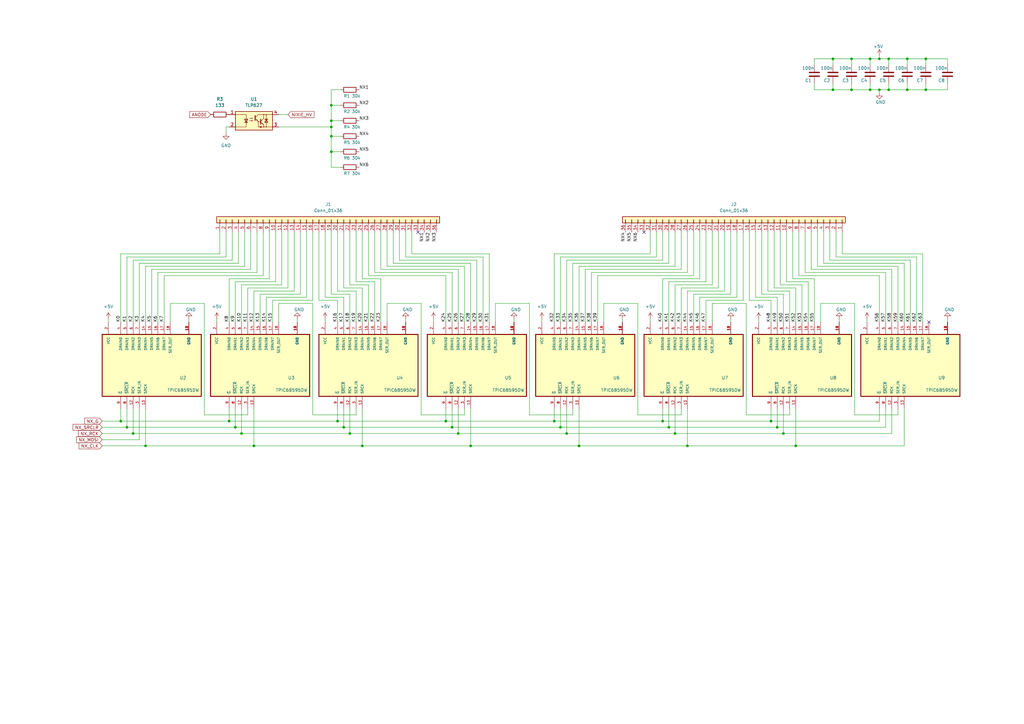
<source format=kicad_sch>
(kicad_sch (version 20211123) (generator eeschema)
  (paper "A3")
  (lib_symbols
    (symbol "Connector_Generic:Conn_01x36" (pin_names (offset 1.016) hide)
      (property "Reference" "J" (at 0 45.72 0))
      (property "Value" "Conn_01x36" (at 0 -48.26 0))
      (symbol "Conn_01x36_1_1"
        (rectangle (start -1.27 -45.593) (end 0 -45.847) (stroke (width 0.1524)))
        (rectangle (start -1.27 -43.053) (end 0 -43.307) (stroke (width 0.1524)))
        (rectangle (start -1.27 -40.513) (end 0 -40.767) (stroke (width 0.1524)))
        (rectangle (start -1.27 -37.973) (end 0 -38.227) (stroke (width 0.1524)))
        (rectangle (start -1.27 -35.433) (end 0 -35.687) (stroke (width 0.1524)))
        (rectangle (start -1.27 -32.893) (end 0 -33.147) (stroke (width 0.1524)))
        (rectangle (start -1.27 -30.353) (end 0 -30.607) (stroke (width 0.1524)))
        (rectangle (start -1.27 -27.813) (end 0 -28.067) (stroke (width 0.1524)))
        (rectangle (start -1.27 -25.273) (end 0 -25.527) (stroke (width 0.1524)))
        (rectangle (start -1.27 -22.733) (end 0 -22.987) (stroke (width 0.1524)))
        (rectangle (start -1.27 -20.193) (end 0 -20.447) (stroke (width 0.1524)))
        (rectangle (start -1.27 -17.653) (end 0 -17.907) (stroke (width 0.1524)))
        (rectangle (start -1.27 -15.113) (end 0 -15.367) (stroke (width 0.1524)))
        (rectangle (start -1.27 -12.573) (end 0 -12.827) (stroke (width 0.1524)))
        (rectangle (start -1.27 -10.033) (end 0 -10.287) (stroke (width 0.1524)))
        (rectangle (start -1.27 -7.493) (end 0 -7.747) (stroke (width 0.1524)))
        (rectangle (start -1.27 -4.953) (end 0 -5.207) (stroke (width 0.1524)))
        (rectangle (start -1.27 -2.413) (end 0 -2.667) (stroke (width 0.1524)))
        (rectangle (start -1.27 0.127) (end 0 -0.127) (stroke (width 0.1524)))
        (rectangle (start -1.27 2.667) (end 0 2.413) (stroke (width 0.1524)))
        (rectangle (start -1.27 5.207) (end 0 4.953) (stroke (width 0.1524)))
        (rectangle (start -1.27 7.747) (end 0 7.493) (stroke (width 0.1524)))
        (rectangle (start -1.27 10.287) (end 0 10.033) (stroke (width 0.1524)))
        (rectangle (start -1.27 12.827) (end 0 12.573) (stroke (width 0.1524)))
        (rectangle (start -1.27 15.367) (end 0 15.113) (stroke (width 0.1524)))
        (rectangle (start -1.27 17.907) (end 0 17.653) (stroke (width 0.1524)))
        (rectangle (start -1.27 20.447) (end 0 20.193) (stroke (width 0.1524)))
        (rectangle (start -1.27 22.987) (end 0 22.733) (stroke (width 0.1524)))
        (rectangle (start -1.27 25.527) (end 0 25.273) (stroke (width 0.1524)))
        (rectangle (start -1.27 28.067) (end 0 27.813) (stroke (width 0.1524)))
        (rectangle (start -1.27 30.607) (end 0 30.353) (stroke (width 0.1524)))
        (rectangle (start -1.27 33.147) (end 0 32.893) (stroke (width 0.1524)))
        (rectangle (start -1.27 35.687) (end 0 35.433) (stroke (width 0.1524)))
        (rectangle (start -1.27 38.227) (end 0 37.973) (stroke (width 0.1524)))
        (rectangle (start -1.27 40.767) (end 0 40.513) (stroke (width 0.1524)))
        (rectangle (start -1.27 43.307) (end 0 43.053) (stroke (width 0.1524)))
        (rectangle (start -1.27 44.45) (end 1.27 -46.99) (stroke (width 0.254)) (fill (type background)))
        (pin passive line (at -5.08 43.18 0) (length 3.81) (name "Pin_1") (number "1"))
        (pin passive line (at -5.08 20.32 0) (length 3.81) (name "Pin_10") (number "10"))
        (pin passive line (at -5.08 17.78 0) (length 3.81) (name "Pin_11") (number "11"))
        (pin passive line (at -5.08 15.24 0) (length 3.81) (name "Pin_12") (number "12"))
        (pin passive line (at -5.08 12.7 0) (length 3.81) (name "Pin_13") (number "13"))
        (pin passive line (at -5.08 10.16 0) (length 3.81) (name "Pin_14") (number "14"))
        (pin passive line (at -5.08 7.62 0) (length 3.81) (name "Pin_15") (number "15"))
        (pin passive line (at -5.08 5.08 0) (length 3.81) (name "Pin_16") (number "16"))
        (pin passive line (at -5.08 2.54 0) (length 3.81) (name "Pin_17") (number "17"))
        (pin passive line (at -5.08 0 0) (length 3.81) (name "Pin_18") (number "18"))
        (pin passive line (at -5.08 -2.54 0) (length 3.81) (name "Pin_19") (number "19"))
        (pin passive line (at -5.08 40.64 0) (length 3.81) (name "Pin_2") (number "2"))
        (pin passive line (at -5.08 -5.08 0) (length 3.81) (name "Pin_20") (number "20"))
        (pin passive line (at -5.08 -7.62 0) (length 3.81) (name "Pin_21") (number "21"))
        (pin passive line (at -5.08 -10.16 0) (length 3.81) (name "Pin_22") (number "22"))
        (pin passive line (at -5.08 -12.7 0) (length 3.81) (name "Pin_23") (number "23"))
        (pin passive line (at -5.08 -15.24 0) (length 3.81) (name "Pin_24") (number "24"))
        (pin passive line (at -5.08 -17.78 0) (length 3.81) (name "Pin_25") (number "25"))
        (pin passive line (at -5.08 -20.32 0) (length 3.81) (name "Pin_26") (number "26"))
        (pin passive line (at -5.08 -22.86 0) (length 3.81) (name "Pin_27") (number "27"))
        (pin passive line (at -5.08 -25.4 0) (length 3.81) (name "Pin_28") (number "28"))
        (pin passive line (at -5.08 -27.94 0) (length 3.81) (name "Pin_29") (number "29"))
        (pin passive line (at -5.08 38.1 0) (length 3.81) (name "Pin_3") (number "3"))
        (pin passive line (at -5.08 -30.48 0) (length 3.81) (name "Pin_30") (number "30"))
        (pin passive line (at -5.08 -33.02 0) (length 3.81) (name "Pin_31") (number "31"))
        (pin passive line (at -5.08 -35.56 0) (length 3.81) (name "Pin_32") (number "32"))
        (pin passive line (at -5.08 -38.1 0) (length 3.81) (name "Pin_33") (number "33"))
        (pin passive line (at -5.08 -40.64 0) (length 3.81) (name "Pin_34") (number "34"))
        (pin passive line (at -5.08 -43.18 0) (length 3.81) (name "Pin_35") (number "35"))
        (pin passive line (at -5.08 -45.72 0) (length 3.81) (name "Pin_36") (number "36"))
        (pin passive line (at -5.08 35.56 0) (length 3.81) (name "Pin_4") (number "4"))
        (pin passive line (at -5.08 33.02 0) (length 3.81) (name "Pin_5") (number "5"))
        (pin passive line (at -5.08 30.48 0) (length 3.81) (name "Pin_6") (number "6"))
        (pin passive line (at -5.08 27.94 0) (length 3.81) (name "Pin_7") (number "7"))
        (pin passive line (at -5.08 25.4 0) (length 3.81) (name "Pin_8") (number "8"))
        (pin passive line (at -5.08 22.86 0) (length 3.81) (name "Pin_9") (number "9"))
      )
    )
    (symbol "Device:C" (pin_numbers hide) (pin_names (offset 0.254))
      (property "Reference" "C" (at 0.635 2.54 0))
      (property "Value" "C" (at 0.635 -2.54 0))
      (symbol "C_0_1"
        (polyline (pts (xy -2.032 -0.762) (xy 2.032 -0.762)) (stroke (width 0.508)))
        (polyline (pts (xy -2.032 0.762) (xy 2.032 0.762)) (stroke (width 0.508)))
      )
      (symbol "C_1_1"
        (pin passive line (at 0 3.81 270) (length 2.794) (name "~") (number "1"))
        (pin passive line (at 0 -3.81 90) (length 2.794) (name "~") (number "2"))
      )
    )
    (symbol "Device:R" (pin_numbers hide) (pin_names (offset 0))
      (property "Reference" "R" (at 2.032 0 90))
      (property "Value" "R" (at 0 0 90))
      (symbol "R_0_1"
        (rectangle (start -1.016 -2.54) (end 1.016 2.54) (stroke (width 0.254)))
      )
      (symbol "R_1_1"
        (pin passive line (at 0 3.81 270) (length 1.27) (name "~") (number "1"))
        (pin passive line (at 0 -3.81 90) (length 1.27) (name "~") (number "2"))
      )
    )
    (symbol "Isolator:TLP627" (pin_names (offset 1.016))
      (property "Reference" "U" (at -7.62 5.08 0))
      (property "Value" "TLP627" (at 0 5.08 0))
      (symbol "TLP627_0_1"
        (rectangle (start -7.62 3.81) (end 7.62 -3.81) (stroke (width 0.254)) (fill (type background)))
        (polyline (pts (xy -3.81 -0.635) (xy -2.54 -0.635)) (stroke (width 0.254)))
        (polyline (pts (xy 0.508 1.016) (xy 1.778 -0.254)))
        (polyline (pts (xy 0.508 1.27) (xy 1.778 2.54)))
        (polyline (pts (xy 0.508 2.159) (xy 0.508 0.127)) (stroke (width 0.3556)))
        (polyline (pts (xy 1.778 2.54) (xy 7.62 2.54)))
        (polyline (pts (xy 2.794 -0.508) (xy 4.064 -1.778)))
        (polyline (pts (xy 2.794 -0.381) (xy 1.778 -0.381)))
        (polyline (pts (xy 2.794 -0.254) (xy 4.064 1.016)))
        (polyline (pts (xy 4.064 -2.54) (xy 7.62 -2.54)))
        (polyline (pts (xy 4.064 -1.778) (xy 4.064 -2.54)))
        (polyline (pts (xy 4.064 1.016) (xy 4.064 2.54)))
        (polyline (pts (xy 4.445 0.635) (xy 5.715 0.635)) (stroke (width 0.254)))
        (polyline (pts (xy 5.08 -0.635) (xy 5.08 -2.54)))
        (polyline (pts (xy 5.08 -0.635) (xy 5.08 2.54)))
        (polyline (pts (xy -7.62 2.54) (xy -3.175 2.54) (xy -3.175 0.635)))
        (polyline (pts (xy -3.175 0.762) (xy -3.175 -2.54) (xy -7.62 -2.54)))
        (polyline (pts (xy 2.794 0.635) (xy 2.794 -1.397) (xy 2.794 -1.397)) (stroke (width 0.3556)))
        (polyline (pts (xy -3.175 -0.635) (xy -3.81 0.635) (xy -2.54 0.635) (xy -3.175 -0.635)) (stroke (width 0.254)))
        (polyline (pts (xy 1.524 0) (xy 1.27 0.508) (xy 1.016 0.254) (xy 1.524 0)))
        (polyline (pts (xy 3.81 -1.524) (xy 3.556 -1.016) (xy 3.302 -1.27) (xy 3.81 -1.524)))
        (polyline (pts (xy 5.08 0.635) (xy 4.445 -0.635) (xy 5.715 -0.635) (xy 5.08 0.635)) (stroke (width 0.254)))
        (polyline (pts (xy -1.778 0) (xy -0.508 0) (xy -0.889 -0.127) (xy -0.889 0.127) (xy -0.508 0)))
        (polyline (pts (xy -1.778 1.016) (xy -0.508 1.016) (xy -0.889 0.889) (xy -0.889 1.143) (xy -0.508 1.016)))
        (polyline (pts (xy 1.778 -0.254) (xy 1.778 -2.54) (xy 2.286 -2.54) (xy 2.413 -2.286) (xy 2.54 -2.794) (xy 2.667 -2.286) (xy 2.794 -2.794) (xy 2.921 -2.286) (xy 3.048 -2.794) (xy 3.175 -2.286) (xy 3.302 -2.54) (xy 4.064 -2.54)))
        (circle (center 1.778 -0.381) (radius 0.127))
        (circle (center 4.064 -2.54) (radius 0.127))
        (circle (center 4.064 2.54) (radius 0.127))
        (circle (center 5.08 -2.54) (radius 0.127))
        (circle (center 5.08 2.54) (radius 0.127))
      )
      (symbol "TLP627_1_1"
        (pin passive line (at -10.16 2.54 0) (length 2.54) (name "~") (number "1"))
        (pin passive line (at -10.16 -2.54 0) (length 2.54) (name "~") (number "2"))
        (pin passive line (at 10.16 -2.54 180) (length 2.54) (name "~") (number "3"))
        (pin passive line (at 10.16 2.54 180) (length 2.54) (name "~") (number "4"))
      )
    )
    (symbol "TPIC6B595DW:TPIC6B595DW" (pin_names (offset 1.016))
      (property "Reference" "U" (at -12.7 21.32 0))
      (property "Value" "TPIC6B595DW" (at -12.7 -24.32 0))
      (symbol "TPIC6B595DW_0_0"
        (rectangle (start -12.7 -20.32) (end 12.7 20.32) (stroke (width 0.41)) (fill (type background)))
        (pin power_in line (at 17.78 -15.24 180) (length 5.08) (name "GND") (number "10"))
        (pin power_in line (at 17.78 -15.24 180) (length 5.08) (name "GND") (number "11"))
        (pin input line (at -17.78 7.62 0) (length 5.08) (name "RCK") (number "12"))
        (pin input line (at -17.78 2.54 0) (length 5.08) (name "SRCK") (number "13"))
        (pin output line (at 17.78 2.54 180) (length 5.08) (name "DRAIN4") (number "14"))
        (pin output line (at 17.78 0 180) (length 5.08) (name "DRAIN5") (number "15"))
        (pin output line (at 17.78 -2.54 180) (length 5.08) (name "DRAIN6") (number "16"))
        (pin output line (at 17.78 -5.08 180) (length 5.08) (name "DRAIN7") (number "17"))
        (pin output line (at 17.78 -7.62 180) (length 5.08) (name "SER_OUT") (number "18"))
        (pin power_in line (at 17.78 -15.24 180) (length 5.08) (name "GND") (number "19"))
        (pin power_in line (at 17.78 17.78 180) (length 5.08) (name "VCC") (number "2"))
        (pin input line (at -17.78 5.08 0) (length 5.08) (name "SER_IN") (number "3"))
        (pin output line (at 17.78 12.7 180) (length 5.08) (name "DRAIN0") (number "4"))
        (pin output line (at 17.78 10.16 180) (length 5.08) (name "DRAIN1") (number "5"))
        (pin output line (at 17.78 7.62 180) (length 5.08) (name "DRAIN2") (number "6"))
        (pin output line (at 17.78 5.08 180) (length 5.08) (name "DRAIN3") (number "7"))
        (pin input line (at -17.78 10.16 0) (length 5.08) (name "~{SRCLR}") (number "8"))
        (pin input line (at -17.78 12.7 0) (length 5.08) (name "~{G}") (number "9"))
      )
    )
    (symbol "power:+5V" (power) (pin_names (offset 0))
      (property "Value" "+5V" (at 0 3.556 0))
      (symbol "+5V_0_1"
        (polyline (pts (xy -0.762 1.27) (xy 0 2.54)))
        (polyline (pts (xy 0 0) (xy 0 2.54)))
        (polyline (pts (xy 0 2.54) (xy 0.762 1.27)))
      )
      (symbol "+5V_1_1"
        (pin power_in line (at 0 0 90) (length 0) hide (name "+5V") (number "1"))
      )
    )
    (symbol "power:GND" (power) (pin_names (offset 0))
      (property "Value" "GND" (at 0 -3.81 0))
      (symbol "GND_0_1"
        (polyline (pts (xy 0 0) (xy 0 -1.27) (xy 1.27 -1.27) (xy 0 -2.54) (xy -1.27 -1.27) (xy 0 -1.27)))
      )
      (symbol "GND_1_1"
        (pin power_in line (at 0 0 270) (length 0) hide (name "GND") (number "1"))
      )
    )
  )
  (junction (at 96.52 175.26))
  (junction (at 321.31 177.8))
  (junction (at 379.73 24.13))
  (junction (at 182.88 172.72))
  (junction (at 148.59 182.88))
  (junction (at 281.94 182.88))
  (junction (at 326.39 182.88))
  (junction (at 360.68 36.83))
  (junction (at 229.87 175.26))
  (junction (at 360.68 24.13))
  (junction (at 349.25 36.83))
  (junction (at 274.32 175.26))
  (junction (at 135.89 62.23))
  (junction (at 93.98 172.72))
  (junction (at 316.23 172.72))
  (junction (at 135.89 43.18))
  (junction (at 364.49 24.13))
  (junction (at 356.87 36.83))
  (junction (at 135.89 55.88))
  (junction (at 135.89 49.53))
  (junction (at 379.73 36.83))
  (junction (at 227.33 172.72))
  (junction (at 59.69 182.88))
  (junction (at 276.86 177.8))
  (junction (at 138.43 172.72))
  (junction (at 341.63 24.13))
  (junction (at 237.49 182.88))
  (junction (at 140.97 175.26))
  (junction (at 104.14 182.88))
  (junction (at 356.87 24.13))
  (junction (at 349.25 24.13))
  (junction (at 143.51 177.8))
  (junction (at 372.11 36.83))
  (junction (at 318.77 175.26))
  (junction (at 271.78 172.72))
  (junction (at 52.07 175.26))
  (junction (at 185.42 175.26))
  (junction (at 54.61 177.8))
  (junction (at 341.63 36.83))
  (junction (at 99.06 177.8))
  (junction (at 49.53 172.72))
  (junction (at 187.96 177.8))
  (junction (at 135.89 52.07))
  (junction (at 193.04 182.88))
  (junction (at 372.11 24.13))
  (junction (at 232.41 177.8))
  (junction (at 364.49 36.83))
  (no_connect (at 381 132.08))
  (no_connect (at 171.45 95.25))
  (no_connect (at 264.16 95.25))
  (wire (pts (xy 41.91 180.34) (xy 57.15 180.34)))
  (wire (pts (xy 247.65 124.46) (xy 261.62 124.46)))
  (wire (pts (xy 334.01 24.13) (xy 341.63 24.13)))
  (wire (pts (xy 140.97 118.11) (xy 140.97 95.25)))
  (wire (pts (xy 52.07 105.41) (xy 92.71 105.41)))
  (wire (pts (xy 237.49 167.64) (xy 237.49 182.88)))
  (wire (pts (xy 190.5 132.08) (xy 190.5 109.22)))
  (wire (pts (xy 337.82 107.95) (xy 337.82 95.25)))
  (wire (pts (xy 232.41 106.68) (xy 271.78 106.68)))
  (wire (pts (xy 118.11 46.99) (xy 114.3 46.99)))
  (wire (pts (xy 54.61 177.8) (xy 99.06 177.8)))
  (wire (pts (xy 138.43 167.64) (xy 138.43 172.72)))
  (wire (pts (xy 97.79 107.95) (xy 97.79 95.25)))
  (wire (pts (xy 187.96 177.8) (xy 232.41 177.8)))
  (wire (pts (xy 234.95 132.08) (xy 234.95 107.95)))
  (wire (pts (xy 148.59 114.3) (xy 148.59 95.25)))
  (wire (pts (xy 279.4 170.18) (xy 279.4 167.64)))
  (wire (pts (xy 318.77 175.26) (xy 363.22 175.26)))
  (wire (pts (xy 121.92 130.81) (xy 121.92 132.08)))
  (wire (pts (xy 106.68 120.65) (xy 123.19 120.65)))
  (wire (pts (xy 193.04 132.08) (xy 193.04 107.95)))
  (wire (pts (xy 245.11 113.03) (xy 284.48 113.03)))
  (wire (pts (xy 284.48 120.65) (xy 299.72 120.65)))
  (wire (pts (xy 111.76 123.19) (xy 128.27 123.19)))
  (wire (pts (xy 135.89 68.58) (xy 135.89 62.23)))
  (wire (pts (xy 266.7 104.14) (xy 266.7 95.25)))
  (wire (pts (xy 364.49 34.29) (xy 364.49 36.83)))
  (wire (pts (xy 240.03 132.08) (xy 240.03 110.49)))
  (wire (pts (xy 284.48 132.08) (xy 284.48 120.65)))
  (wire (pts (xy 372.11 24.13) (xy 379.73 24.13)))
  (wire (pts (xy 41.91 182.88) (xy 59.69 182.88)))
  (wire (pts (xy 101.6 170.18) (xy 101.6 167.64)))
  (wire (pts (xy 289.56 123.19) (xy 304.8 123.19)))
  (wire (pts (xy 325.12 114.3) (xy 325.12 95.25)))
  (wire (pts (xy 92.71 52.07) (xy 93.98 52.07)))
  (wire (pts (xy 341.63 36.83) (xy 349.25 36.83)))
  (wire (pts (xy 331.47 115.57) (xy 322.58 115.57)))
  (wire (pts (xy 185.42 132.08) (xy 185.42 111.76)))
  (wire (pts (xy 135.89 49.53) (xy 139.7 49.53)))
  (wire (pts (xy 240.03 110.49) (xy 279.4 110.49)))
  (wire (pts (xy 187.96 110.49) (xy 156.21 110.49)))
  (wire (pts (xy 314.96 119.38) (xy 314.96 95.25)))
  (wire (pts (xy 274.32 167.64) (xy 274.32 175.26)))
  (wire (pts (xy 182.88 172.72) (xy 227.33 172.72)))
  (wire (pts (xy 57.15 180.34) (xy 57.15 167.64)))
  (wire (pts (xy 276.86 167.64) (xy 276.86 177.8)))
  (wire (pts (xy 375.92 105.41) (xy 342.9 105.41)))
  (wire (pts (xy 379.73 36.83) (xy 388.62 36.83)))
  (wire (pts (xy 363.22 132.08) (xy 363.22 111.76)))
  (wire (pts (xy 49.53 172.72) (xy 93.98 172.72)))
  (wire (pts (xy 172.72 124.46) (xy 172.72 170.18)))
  (wire (pts (xy 321.31 177.8) (xy 365.76 177.8)))
  (wire (pts (xy 148.59 182.88) (xy 193.04 182.88)))
  (wire (pts (xy 345.44 104.14) (xy 345.44 95.25)))
  (wire (pts (xy 64.77 132.08) (xy 64.77 111.76)))
  (wire (pts (xy 67.31 113.03) (xy 107.95 113.03)))
  (wire (pts (xy 148.59 167.64) (xy 148.59 182.88)))
  (wire (pts (xy 365.76 177.8) (xy 365.76 167.64)))
  (wire (pts (xy 92.71 105.41) (xy 92.71 95.25)))
  (wire (pts (xy 198.12 105.41) (xy 166.37 105.41)))
  (wire (pts (xy 318.77 132.08) (xy 318.77 121.92)))
  (wire (pts (xy 135.89 49.53) (xy 135.89 43.18)))
  (wire (pts (xy 115.57 116.84) (xy 115.57 95.25)))
  (wire (pts (xy 323.85 119.38) (xy 314.96 119.38)))
  (wire (pts (xy 203.2 132.08) (xy 203.2 124.46)))
  (wire (pts (xy 140.97 132.08) (xy 140.97 121.92)))
  (wire (pts (xy 316.23 172.72) (xy 360.68 172.72)))
  (wire (pts (xy 138.43 123.19) (xy 138.43 132.08)))
  (wire (pts (xy 332.74 110.49) (xy 332.74 95.25)))
  (wire (pts (xy 356.87 34.29) (xy 356.87 36.83)))
  (wire (pts (xy 203.2 124.46) (xy 217.17 124.46)))
  (wire (pts (xy 158.75 109.22) (xy 158.75 95.25)))
  (wire (pts (xy 163.83 106.68) (xy 163.83 95.25)))
  (wire (pts (xy 95.25 106.68) (xy 95.25 95.25)))
  (wire (pts (xy 172.72 170.18) (xy 190.5 170.18)))
  (wire (pts (xy 334.01 34.29) (xy 334.01 36.83)))
  (wire (pts (xy 105.41 95.25) (xy 105.41 111.76)))
  (wire (pts (xy 229.87 167.64) (xy 229.87 175.26)))
  (wire (pts (xy 135.89 43.18) (xy 135.89 36.83)))
  (wire (pts (xy 128.27 170.18) (xy 146.05 170.18)))
  (wire (pts (xy 166.37 105.41) (xy 166.37 95.25)))
  (wire (pts (xy 266.7 130.81) (xy 266.7 132.08)))
  (wire (pts (xy 182.88 113.03) (xy 151.13 113.03)))
  (wire (pts (xy 135.89 62.23) (xy 135.89 55.88)))
  (wire (pts (xy 379.73 34.29) (xy 379.73 36.83)))
  (wire (pts (xy 146.05 170.18) (xy 146.05 167.64)))
  (wire (pts (xy 153.67 115.57) (xy 146.05 115.57)))
  (wire (pts (xy 271.78 106.68) (xy 271.78 95.25)))
  (wire (pts (xy 342.9 105.41) (xy 342.9 95.25)))
  (wire (pts (xy 341.63 24.13) (xy 341.63 26.67)))
  (wire (pts (xy 59.69 132.08) (xy 59.69 109.22)))
  (wire (pts (xy 130.81 95.25) (xy 130.81 123.19)))
  (wire (pts (xy 151.13 132.08) (xy 151.13 116.84)))
  (wire (pts (xy 151.13 116.84) (xy 143.51 116.84)))
  (wire (pts (xy 52.07 175.26) (xy 96.52 175.26)))
  (wire (pts (xy 306.07 170.18) (xy 323.85 170.18)))
  (wire (pts (xy 102.87 110.49) (xy 102.87 95.25)))
  (wire (pts (xy 133.35 121.92) (xy 133.35 95.25)))
  (wire (pts (xy 96.52 115.57) (xy 113.03 115.57)))
  (wire (pts (xy 309.88 95.25) (xy 309.88 121.92)))
  (wire (pts (xy 229.87 132.08) (xy 229.87 105.41)))
  (wire (pts (xy 356.87 24.13) (xy 360.68 24.13)))
  (wire (pts (xy 133.35 130.81) (xy 133.35 132.08)))
  (wire (pts (xy 274.32 175.26) (xy 318.77 175.26)))
  (wire (pts (xy 77.47 130.81) (xy 77.47 132.08)))
  (wire (pts (xy 104.14 132.08) (xy 104.14 119.38)))
  (wire (pts (xy 368.3 109.22) (xy 335.28 109.22)))
  (wire (pts (xy 271.78 167.64) (xy 271.78 172.72)))
  (wire (pts (xy 321.31 167.64) (xy 321.31 177.8)))
  (wire (pts (xy 125.73 121.92) (xy 125.73 95.25)))
  (wire (pts (xy 317.5 118.11) (xy 317.5 95.25)))
  (wire (pts (xy 299.72 120.65) (xy 299.72 95.25)))
  (wire (pts (xy 135.89 62.23) (xy 139.7 62.23)))
  (wire (pts (xy 153.67 111.76) (xy 153.67 95.25)))
  (wire (pts (xy 318.77 121.92) (xy 309.88 121.92)))
  (wire (pts (xy 185.42 175.26) (xy 229.87 175.26)))
  (wire (pts (xy 227.33 132.08) (xy 227.33 104.14)))
  (wire (pts (xy 101.6 118.11) (xy 118.11 118.11)))
  (wire (pts (xy 336.55 132.08) (xy 336.55 124.46)))
  (wire (pts (xy 360.68 36.83) (xy 364.49 36.83)))
  (wire (pts (xy 302.26 121.92) (xy 302.26 95.25)))
  (wire (pts (xy 93.98 167.64) (xy 93.98 172.72)))
  (wire (pts (xy 281.94 167.64) (xy 281.94 182.88)))
  (wire (pts (xy 83.82 170.18) (xy 101.6 170.18)))
  (wire (pts (xy 242.57 111.76) (xy 281.94 111.76)))
  (wire (pts (xy 168.91 104.14) (xy 168.91 95.25)))
  (wire (pts (xy 274.32 107.95) (xy 274.32 95.25)))
  (wire (pts (xy 320.04 116.84) (xy 320.04 95.25)))
  (wire (pts (xy 158.75 132.08) (xy 158.75 124.46)))
  (wire (pts (xy 336.55 124.46) (xy 350.52 124.46)))
  (wire (pts (xy 378.46 132.08) (xy 378.46 104.14)))
  (wire (pts (xy 229.87 105.41) (xy 269.24 105.41)))
  (wire (pts (xy 360.68 167.64) (xy 360.68 172.72)))
  (wire (pts (xy 227.33 172.72) (xy 271.78 172.72)))
  (wire (pts (xy 198.12 132.08) (xy 198.12 105.41)))
  (wire (pts (xy 187.96 167.64) (xy 187.96 177.8)))
  (wire (pts (xy 274.32 132.08) (xy 274.32 115.57)))
  (wire (pts (xy 217.17 170.18) (xy 234.95 170.18)))
  (wire (pts (xy 287.02 114.3) (xy 287.02 95.25)))
  (wire (pts (xy 271.78 132.08) (xy 271.78 114.3)))
  (wire (pts (xy 292.1 116.84) (xy 292.1 95.25)))
  (wire (pts (xy 237.49 132.08) (xy 237.49 109.22)))
  (wire (pts (xy 365.76 132.08) (xy 365.76 110.49)))
  (wire (pts (xy 99.06 116.84) (xy 115.57 116.84)))
  (wire (pts (xy 326.39 167.64) (xy 326.39 182.88)))
  (wire (pts (xy 90.17 104.14) (xy 90.17 95.25)))
  (wire (pts (xy 62.23 110.49) (xy 102.87 110.49)))
  (wire (pts (xy 227.33 104.14) (xy 266.7 104.14)))
  (wire (pts (xy 360.68 22.86) (xy 360.68 24.13)))
  (wire (pts (xy 49.53 132.08) (xy 49.53 104.14)))
  (wire (pts (xy 388.62 130.81) (xy 388.62 132.08)))
  (wire (pts (xy 114.3 124.46) (xy 128.27 124.46)))
  (wire (pts (xy 364.49 36.83) (xy 372.11 36.83)))
  (wire (pts (xy 59.69 109.22) (xy 100.33 109.22)))
  (wire (pts (xy 49.53 167.64) (xy 49.53 172.72)))
  (wire (pts (xy 294.64 118.11) (xy 294.64 95.25)))
  (wire (pts (xy 350.52 124.46) (xy 350.52 170.18)))
  (wire (pts (xy 193.04 167.64) (xy 193.04 182.88)))
  (wire (pts (xy 276.86 109.22) (xy 276.86 95.25)))
  (wire (pts (xy 107.95 113.03) (xy 107.95 95.25)))
  (wire (pts (xy 234.95 107.95) (xy 274.32 107.95)))
  (wire (pts (xy 375.92 132.08) (xy 375.92 105.41)))
  (wire (pts (xy 287.02 121.92) (xy 302.26 121.92)))
  (wire (pts (xy 57.15 107.95) (xy 97.79 107.95)))
  (wire (pts (xy 334.01 26.67) (xy 334.01 24.13)))
  (wire (pts (xy 335.28 109.22) (xy 335.28 95.25)))
  (wire (pts (xy 41.91 175.26) (xy 52.07 175.26)))
  (wire (pts (xy 370.84 132.08) (xy 370.84 107.95)))
  (wire (pts (xy 148.59 132.08) (xy 148.59 118.11)))
  (wire (pts (xy 120.65 119.38) (xy 120.65 95.25)))
  (wire (pts (xy 322.58 115.57) (xy 322.58 95.25)))
  (wire (pts (xy 96.52 132.08) (xy 96.52 115.57)))
  (wire (pts (xy 289.56 132.08) (xy 289.56 123.19)))
  (wire (pts (xy 378.46 104.14) (xy 345.44 104.14)))
  (wire (pts (xy 349.25 24.13) (xy 356.87 24.13)))
  (wire (pts (xy 356.87 36.83) (xy 360.68 36.83)))
  (wire (pts (xy 279.4 110.49) (xy 279.4 95.25)))
  (wire (pts (xy 135.89 120.65) (xy 135.89 95.25)))
  (wire (pts (xy 330.2 111.76) (xy 330.2 95.25)))
  (wire (pts (xy 340.36 106.68) (xy 340.36 95.25)))
  (wire (pts (xy 166.37 130.81) (xy 166.37 132.08)))
  (wire (pts (xy 193.04 107.95) (xy 161.29 107.95)))
  (wire (pts (xy 299.72 130.81) (xy 299.72 132.08)))
  (wire (pts (xy 360.68 113.03) (xy 327.66 113.03)))
  (wire (pts (xy 96.52 175.26) (xy 140.97 175.26)))
  (wire (pts (xy 292.1 132.08) (xy 292.1 124.46)))
  (wire (pts (xy 363.22 111.76) (xy 330.2 111.76)))
  (wire (pts (xy 388.62 24.13) (xy 388.62 26.67)))
  (wire (pts (xy 143.51 167.64) (xy 143.51 177.8)))
  (wire (pts (xy 341.63 24.13) (xy 349.25 24.13)))
  (wire (pts (xy 113.03 115.57) (xy 113.03 95.25)))
  (wire (pts (xy 297.18 119.38) (xy 297.18 95.25)))
  (wire (pts (xy 200.66 132.08) (xy 200.66 104.14)))
  (wire (pts (xy 143.51 120.65) (xy 135.89 120.65)))
  (wire (pts (xy 190.5 170.18) (xy 190.5 167.64)))
  (wire (pts (xy 67.31 132.08) (xy 67.31 113.03)))
  (wire (pts (xy 365.76 110.49) (xy 332.74 110.49)))
  (wire (pts (xy 269.24 105.41) (xy 269.24 95.25)))
  (wire (pts (xy 195.58 106.68) (xy 163.83 106.68)))
  (wire (pts (xy 276.86 116.84) (xy 292.1 116.84)))
  (wire (pts (xy 232.41 177.8) (xy 276.86 177.8)))
  (wire (pts (xy 368.3 170.18) (xy 368.3 167.64)))
  (wire (pts (xy 153.67 132.08) (xy 153.67 115.57)))
  (wire (pts (xy 54.61 132.08) (xy 54.61 106.68)))
  (wire (pts (xy 114.3 52.07) (xy 135.89 52.07)))
  (wire (pts (xy 109.22 132.08) (xy 109.22 121.92)))
  (wire (pts (xy 57.15 132.08) (xy 57.15 107.95)))
  (wire (pts (xy 281.94 182.88) (xy 326.39 182.88)))
  (wire (pts (xy 92.71 54.61) (xy 92.71 52.07)))
  (wire (pts (xy 193.04 182.88) (xy 237.49 182.88)))
  (wire (pts (xy 140.97 175.26) (xy 185.42 175.26)))
  (wire (pts (xy 307.34 123.19) (xy 316.23 123.19)))
  (wire (pts (xy 187.96 132.08) (xy 187.96 110.49)))
  (wire (pts (xy 195.58 132.08) (xy 195.58 106.68)))
  (wire (pts (xy 356.87 24.13) (xy 356.87 26.67)))
  (wire (pts (xy 328.93 116.84) (xy 320.04 116.84)))
  (wire (pts (xy 287.02 132.08) (xy 287.02 121.92)))
  (wire (pts (xy 232.41 132.08) (xy 232.41 106.68)))
  (wire (pts (xy 379.73 24.13) (xy 388.62 24.13)))
  (wire (pts (xy 200.66 104.14) (xy 168.91 104.14)))
  (wire (pts (xy 118.11 118.11) (xy 118.11 95.25)))
  (wire (pts (xy 190.5 109.22) (xy 158.75 109.22)))
  (wire (pts (xy 360.68 132.08) (xy 360.68 113.03)))
  (wire (pts (xy 372.11 34.29) (xy 372.11 36.83)))
  (wire (pts (xy 334.01 114.3) (xy 325.12 114.3)))
  (wire (pts (xy 373.38 106.68) (xy 340.36 106.68)))
  (wire (pts (xy 93.98 172.72) (xy 138.43 172.72)))
  (wire (pts (xy 245.11 132.08) (xy 245.11 113.03)))
  (wire (pts (xy 49.53 104.14) (xy 90.17 104.14)))
  (wire (pts (xy 307.34 95.25) (xy 307.34 123.19)))
  (wire (pts (xy 135.89 36.83) (xy 139.7 36.83)))
  (wire (pts (xy 138.43 119.38) (xy 138.43 95.25)))
  (wire (pts (xy 247.65 132.08) (xy 247.65 124.46)))
  (wire (pts (xy 135.89 52.07) (xy 135.89 49.53)))
  (wire (pts (xy 328.93 132.08) (xy 328.93 116.84)))
  (wire (pts (xy 341.63 34.29) (xy 341.63 36.83)))
  (wire (pts (xy 281.94 132.08) (xy 281.94 119.38)))
  (wire (pts (xy 128.27 124.46) (xy 128.27 170.18)))
  (wire (pts (xy 326.39 132.08) (xy 326.39 118.11)))
  (wire (pts (xy 161.29 107.95) (xy 161.29 95.25)))
  (wire (pts (xy 368.3 132.08) (xy 368.3 109.22)))
  (wire (pts (xy 316.23 167.64) (xy 316.23 172.72)))
  (wire (pts (xy 69.85 132.08) (xy 69.85 124.46)))
  (wire (pts (xy 99.06 132.08) (xy 99.06 116.84)))
  (wire (pts (xy 109.22 121.92) (xy 125.73 121.92)))
  (wire (pts (xy 227.33 167.64) (xy 227.33 172.72)))
  (wire (pts (xy 128.27 123.19) (xy 128.27 95.25)))
  (wire (pts (xy 44.45 130.81) (xy 44.45 132.08)))
  (wire (pts (xy 52.07 132.08) (xy 52.07 105.41)))
  (wire (pts (xy 146.05 119.38) (xy 138.43 119.38)))
  (wire (pts (xy 64.77 111.76) (xy 105.41 111.76)))
  (wire (pts (xy 135.89 55.88) (xy 135.89 52.07)))
  (wire (pts (xy 106.68 132.08) (xy 106.68 120.65)))
  (wire (pts (xy 321.31 132.08) (xy 321.31 120.65)))
  (wire (pts (xy 54.61 167.64) (xy 54.61 177.8)))
  (wire (pts (xy 151.13 113.03) (xy 151.13 95.25)))
  (wire (pts (xy 350.52 170.18) (xy 368.3 170.18)))
  (wire (pts (xy 388.62 34.29) (xy 388.62 36.83)))
  (wire (pts (xy 138.43 172.72) (xy 182.88 172.72)))
  (wire (pts (xy 52.07 167.64) (xy 52.07 175.26)))
  (wire (pts (xy 349.25 24.13) (xy 349.25 26.67)))
  (wire (pts (xy 323.85 170.18) (xy 323.85 167.64)))
  (wire (pts (xy 62.23 132.08) (xy 62.23 110.49)))
  (wire (pts (xy 140.97 167.64) (xy 140.97 175.26)))
  (wire (pts (xy 334.01 132.08) (xy 334.01 114.3)))
  (wire (pts (xy 281.94 119.38) (xy 297.18 119.38)))
  (wire (pts (xy 185.42 167.64) (xy 185.42 175.26)))
  (wire (pts (xy 182.88 132.08) (xy 182.88 113.03)))
  (wire (pts (xy 93.98 114.3) (xy 110.49 114.3)))
  (wire (pts (xy 261.62 124.46) (xy 261.62 170.18)))
  (wire (pts (xy 276.86 132.08) (xy 276.86 116.84)))
  (wire (pts (xy 370.84 167.64) (xy 370.84 182.88)))
  (wire (pts (xy 292.1 124.46) (xy 306.07 124.46)))
  (wire (pts (xy 148.59 118.11) (xy 140.97 118.11)))
  (wire (pts (xy 360.68 36.83) (xy 360.68 38.1)))
  (wire (pts (xy 130.81 123.19) (xy 138.43 123.19)))
  (wire (pts (xy 284.48 113.03) (xy 284.48 95.25)))
  (wire (pts (xy 123.19 120.65) (xy 123.19 95.25)))
  (wire (pts (xy 311.15 130.81) (xy 311.15 132.08)))
  (wire (pts (xy 146.05 132.08) (xy 146.05 119.38)))
  (wire (pts (xy 321.31 120.65) (xy 312.42 120.65)))
  (wire (pts (xy 234.95 170.18) (xy 234.95 167.64)))
  (wire (pts (xy 143.51 116.84) (xy 143.51 95.25)))
  (wire (pts (xy 93.98 132.08) (xy 93.98 114.3)))
  (wire (pts (xy 271.78 114.3) (xy 287.02 114.3)))
  (wire (pts (xy 316.23 123.19) (xy 316.23 132.08)))
  (wire (pts (xy 217.17 124.46) (xy 217.17 170.18)))
  (wire (pts (xy 182.88 167.64) (xy 182.88 172.72)))
  (wire (pts (xy 306.07 124.46) (xy 306.07 170.18)))
  (wire (pts (xy 237.49 109.22) (xy 276.86 109.22)))
  (wire (pts (xy 279.4 132.08) (xy 279.4 118.11)))
  (wire (pts (xy 88.9 130.81) (xy 88.9 132.08)))
  (wire (pts (xy 110.49 114.3) (xy 110.49 95.25)))
  (wire (pts (xy 271.78 172.72) (xy 316.23 172.72)))
  (wire (pts (xy 372.11 36.83) (xy 379.73 36.83)))
  (wire (pts (xy 242.57 132.08) (xy 242.57 111.76)))
  (wire (pts (xy 237.49 182.88) (xy 281.94 182.88)))
  (wire (pts (xy 140.97 121.92) (xy 133.35 121.92)))
  (wire (pts (xy 104.14 167.64) (xy 104.14 182.88)))
  (wire (pts (xy 360.68 24.13) (xy 364.49 24.13)))
  (wire (pts (xy 349.25 34.29) (xy 349.25 36.83)))
  (wire (pts (xy 349.25 36.83) (xy 356.87 36.83)))
  (wire (pts (xy 101.6 132.08) (xy 101.6 118.11)))
  (wire (pts (xy 229.87 175.26) (xy 274.32 175.26)))
  (wire (pts (xy 100.33 109.22) (xy 100.33 95.25)))
  (wire (pts (xy 281.94 111.76) (xy 281.94 95.25)))
  (wire (pts (xy 312.42 120.65) (xy 312.42 95.25)))
  (wire (pts (xy 143.51 132.08) (xy 143.51 120.65)))
  (wire (pts (xy 96.52 167.64) (xy 96.52 175.26)))
  (wire (pts (xy 146.05 115.57) (xy 146.05 95.25)))
  (wire (pts (xy 222.25 130.81) (xy 222.25 132.08)))
  (wire (pts (xy 143.51 177.8) (xy 187.96 177.8)))
  (wire (pts (xy 177.8 130.81) (xy 177.8 132.08)))
  (wire (pts (xy 104.14 119.38) (xy 120.65 119.38)))
  (wire (pts (xy 135.89 43.18) (xy 139.7 43.18)))
  (wire (pts (xy 318.77 167.64) (xy 318.77 175.26)))
  (wire (pts (xy 99.06 177.8) (xy 143.51 177.8)))
  (wire (pts (xy 276.86 177.8) (xy 321.31 177.8)))
  (wire (pts (xy 156.21 114.3) (xy 148.59 114.3)))
  (wire (pts (xy 364.49 24.13) (xy 372.11 24.13)))
  (wire (pts (xy 185.42 111.76) (xy 153.67 111.76)))
  (wire (pts (xy 373.38 132.08) (xy 373.38 106.68)))
  (wire (pts (xy 326.39 182.88) (xy 370.84 182.88)))
  (wire (pts (xy 156.21 110.49) (xy 156.21 95.25)))
  (wire (pts (xy 41.91 177.8) (xy 54.61 177.8)))
  (wire (pts (xy 274.32 115.57) (xy 289.56 115.57)))
  (wire (pts (xy 104.14 182.88) (xy 148.59 182.88)))
  (wire (pts (xy 54.61 106.68) (xy 95.25 106.68)))
  (wire (pts (xy 326.39 118.11) (xy 317.5 118.11)))
  (wire (pts (xy 344.17 130.81) (xy 344.17 132.08)))
  (wire (pts (xy 255.27 130.81) (xy 255.27 132.08)))
  (wire (pts (xy 379.73 24.13) (xy 379.73 26.67)))
  (wire (pts (xy 111.76 132.08) (xy 111.76 123.19)))
  (wire (pts (xy 156.21 132.08) (xy 156.21 114.3)))
  (wire (pts (xy 289.56 115.57) (xy 289.56 95.25)))
  (wire (pts (xy 334.01 36.83) (xy 341.63 36.83)))
  (wire (pts (xy 372.11 24.13) (xy 372.11 26.67)))
  (wire (pts (xy 99.06 167.64) (xy 99.06 177.8)))
  (wire (pts (xy 261.62 170.18) (xy 279.4 170.18)))
  (wire (pts (xy 139.7 68.58) (xy 135.89 68.58)))
  (wire (pts (xy 41.91 172.72) (xy 49.53 172.72)))
  (wire (pts (xy 331.47 132.08) (xy 331.47 115.57)))
  (wire (pts (xy 210.82 130.81) (xy 210.82 132.08)))
  (wire (pts (xy 158.75 124.46) (xy 172.72 124.46)))
  (wire (pts (xy 327.66 113.03) (xy 327.66 95.25)))
  (wire (pts (xy 363.22 175.26) (xy 363.22 167.64)))
  (wire (pts (xy 304.8 123.19) (xy 304.8 95.25)))
  (wire (pts (xy 279.4 118.11) (xy 294.64 118.11)))
  (wire (pts (xy 364.49 24.13) (xy 364.49 26.67)))
  (wire (pts (xy 135.89 55.88) (xy 139.7 55.88)))
  (wire (pts (xy 370.84 107.95) (xy 337.82 107.95)))
  (wire (pts (xy 355.6 130.81) (xy 355.6 132.08)))
  (wire (pts (xy 83.82 124.46) (xy 83.82 170.18)))
  (wire (pts (xy 69.85 124.46) (xy 83.82 124.46)))
  (wire (pts (xy 59.69 182.88) (xy 104.14 182.88)))
  (wire (pts (xy 323.85 132.08) (xy 323.85 119.38)))
  (wire (pts (xy 59.69 167.64) (xy 59.69 182.88)))
  (wire (pts (xy 114.3 132.08) (xy 114.3 124.46)))
  (wire (pts (xy 232.41 167.64) (xy 232.41 177.8)))
  (label "K40" (at 271.78 132.08 90))
  (label "NX2" (at 176.53 95.25 270))
  (label "K27" (at 190.5 132.08 90))
  (label "K60" (at 370.84 132.08 90))
  (label "K52" (at 326.39 132.08 90))
  (label "K18" (at 143.51 132.08 90))
  (label "K29" (at 195.58 132.08 90))
  (label "K63" (at 378.46 132.08 90))
  (label "K43" (at 279.4 132.08 90))
  (label "K22" (at 153.67 132.08 90))
  (label "K55" (at 334.01 132.08 90))
  (label "NX6" (at 147.32 68.58 0))
  (label "K23" (at 156.21 132.08 90))
  (label "K6" (at 64.77 132.08 90))
  (label "K24" (at 182.88 132.08 90))
  (label "NX1" (at 147.32 36.83 0))
  (label "K31" (at 200.66 132.08 90))
  (label "K9" (at 96.52 132.08 90))
  (label "K5" (at 62.23 132.08 90))
  (label "NX1" (at 173.99 95.25 270))
  (label "K19" (at 146.05 132.08 90))
  (label "K46" (at 287.02 132.08 90))
  (label "K53" (at 328.93 132.08 90))
  (label "NX2" (at 147.32 43.18 0))
  (label "K30" (at 198.12 132.08 90))
  (label "K25" (at 185.42 132.08 90))
  (label "K32" (at 227.33 132.08 90))
  (label "K62" (at 375.92 132.08 90))
  (label "K47" (at 289.56 132.08 90))
  (label "K50" (at 321.31 132.08 90))
  (label "K28" (at 193.04 132.08 90))
  (label "K56" (at 360.68 132.08 90))
  (label "K2" (at 54.61 132.08 90))
  (label "K61" (at 373.38 132.08 90))
  (label "K41" (at 274.32 132.08 90))
  (label "K10" (at 99.06 132.08 90))
  (label "K20" (at 148.59 132.08 90))
  (label "K21" (at 151.13 132.08 90))
  (label "K12" (at 104.14 132.08 90))
  (label "K48" (at 316.23 132.08 90))
  (label "K14" (at 109.22 132.08 90))
  (label "K39" (at 245.11 132.08 90))
  (label "K8" (at 93.98 132.08 90))
  (label "K17" (at 140.97 132.08 90))
  (label "K57" (at 363.22 132.08 90))
  (label "NX5" (at 259.08 95.25 270))
  (label "K11" (at 101.6 132.08 90))
  (label "K1" (at 52.07 132.08 90))
  (label "K49" (at 318.77 132.08 90))
  (label "NX4" (at 256.54 95.25 270))
  (label "K45" (at 284.48 132.08 90))
  (label "K34" (at 232.41 132.08 90))
  (label "K36" (at 237.49 132.08 90))
  (label "K7" (at 67.31 132.08 90))
  (label "K58" (at 365.76 132.08 90))
  (label "K59" (at 368.3 132.08 90))
  (label "K35" (at 234.95 132.08 90))
  (label "K37" (at 240.03 132.08 90))
  (label "NX4" (at 147.32 55.88 0))
  (label "K33" (at 229.87 132.08 90))
  (label "NX5" (at 147.32 62.23 0))
  (label "K13" (at 106.68 132.08 90))
  (label "K4" (at 59.69 132.08 90))
  (label "K16" (at 138.43 132.08 90))
  (label "K38" (at 242.57 132.08 90))
  (label "NX3" (at 147.32 49.53 0))
  (label "K15" (at 111.76 132.08 90))
  (label "K3" (at 57.15 132.08 90))
  (label "K42" (at 276.86 132.08 90))
  (label "NX6" (at 261.62 95.25 270))
  (label "K54" (at 331.47 132.08 90))
  (label "NX3" (at 179.07 95.25 270))
  (label "K26" (at 187.96 132.08 90))
  (label "K0" (at 49.53 132.08 90))
  (label "K51" (at 323.85 132.08 90))
  (label "K44" (at 281.94 132.08 90))
  (global_label "NX_G" (shape input) (at 41.91 172.72 180) (property "Intersheet References" "${INTERSHEET_REFS}" (effects hide)))
  (global_label "NX_RCK" (shape input) (at 41.91 177.8 180) (property "Intersheet References" "${INTERSHEET_REFS}" (effects hide)))
  (global_label "NIXIE_HV" (shape input) (at 118.11 46.99 0) (property "Intersheet References" "${INTERSHEET_REFS}" (effects hide)))
  (global_label "NX_SRCLR" (shape input) (at 41.91 175.26 180) (property "Intersheet References" "${INTERSHEET_REFS}" (effects hide)))
  (global_label "ANODE" (shape input) (at 86.36 46.99 180) (property "Intersheet References" "${INTERSHEET_REFS}" (effects hide)))
  (global_label "NX_MOSI" (shape input) (at 41.91 180.34 180) (property "Intersheet References" "${INTERSHEET_REFS}" (effects hide)))
  (global_label "NX_CLK" (shape input) (at 41.91 182.88 180) (property "Intersheet References" "${INTERSHEET_REFS}" (effects hide)))
  (symbol (lib_id "power:+5V") (at 311.15 130.81 0) (unit 1)
    (property "Reference" "#PWR016" (effects hide))
    (property "Value" "+5V" (at 311.15 125.73 0))
  )
  (symbol (lib_id "Device:R") (at 143.51 49.53 90) (unit 1)
    (property "Reference" "R4" (at 142.24 52.07 90))
    (property "Value" "30k" (at 146.05 52.07 90))
    (property "Footprint" "Resistor_SMD:R_0805_2012Metric_Pad1.20x1.40mm_HandSolder" (effects hide))
    (property "LCSC" "C17621" (effects hide))
  )
  (symbol (lib_id "Device:R") (at 143.51 55.88 90) (unit 1)
    (property "Reference" "R5" (at 142.24 58.42 90))
    (property "Value" "30k" (at 146.05 58.42 90))
    (property "Footprint" "Resistor_SMD:R_0805_2012Metric_Pad1.20x1.40mm_HandSolder" (effects hide))
    (property "LCSC" "C17621" (effects hide))
  )
  (symbol (lib_id "Device:R") (at 90.17 46.99 90) (unit 1)
    (property "Reference" "R3" (at 90.17 40.64 90))
    (property "Value" "133" (at 90.17 43.18 90))
    (property "Footprint" "Resistor_SMD:R_0805_2012Metric_Pad1.20x1.40mm_HandSolder" (effects hide))
    (property "LCSC" "C2828762" (effects hide))
  )
  (symbol (lib_id "power:+5V") (at 222.25 130.81 0) (unit 1)
    (property "Reference" "#PWR012" (effects hide))
    (property "Value" "+5V" (at 222.25 125.73 0))
  )
  (symbol (lib_id "power:+5V") (at 44.45 130.81 0) (unit 1)
    (property "Reference" "#PWR04" (effects hide))
    (property "Value" "+5V" (at 44.45 125.73 0))
  )
  (symbol (lib_id "power:+5V") (at 360.68 22.86 0) (unit 1)
    (property "Reference" "#PWR01" (effects hide))
    (property "Value" "+5V" (at 358.14 19.05 0) (effects (justify left)))
  )
  (symbol (lib_id "Isolator:TLP627") (at 104.14 49.53 0) (unit 1)
    (property "Reference" "U1" (at 104.14 40.64 0))
    (property "Value" "TLP627" (at 104.14 43.18 0))
    (property "Footprint" "Package_SO:SOP-4_3.8x4.1mm_P2.54mm" (effects hide))
    (property "Datasheet" "https://toshiba.semicon-storage.com/info/docget.jsp?did=16914&prodName=TLP627" (effects hide))
    (property "LCSC" "C30336" (effects hide))
  )
  (symbol (lib_id "TPIC6B595DW:TPIC6B595DW") (at 328.93 149.86 90) (unit 1)
    (property "Reference" "U8" (at 340.36 154.94 90) (effects (justify right)))
    (property "Value" "TPIC6B595DW" (at 335.28 160.02 90) (effects (justify right)))
    (property "Footprint" "Espressif:SOIC127P1030X265-20N" (effects hide))
    (property "LCSC" "C7094" (effects hide))
  )
  (symbol (lib_id "power:GND") (at 92.71 54.61 0) (unit 1)
    (property "Reference" "#PWR03" (effects hide))
    (property "Value" "GND" (at 92.71 59.69 0))
  )
  (symbol (lib_id "TPIC6B595DW:TPIC6B595DW") (at 62.23 149.86 90) (unit 1)
    (property "Reference" "U2" (at 73.66 154.94 90) (effects (justify right)))
    (property "Value" "TPIC6B595DW" (at 68.58 160.02 90) (effects (justify right)))
    (property "Footprint" "Espressif:SOIC127P1030X265-20N" (effects hide))
    (property "LCSC" "C7094" (effects hide))
  )
  (symbol (lib_id "Device:C") (at 379.73 30.48 180) (unit 1)
    (property "Reference" "C7" (at 375.92 33.02 0) (effects (justify right)))
    (property "Value" "100n" (at 374.65 27.94 0) (effects (justify right)))
    (property "Footprint" "Capacitor_SMD:C_0805_2012Metric_Pad1.18x1.45mm_HandSolder" (effects hide))
    (property "LCSC" "C396718" (effects hide))
  )
  (symbol (lib_id "TPIC6B595DW:TPIC6B595DW") (at 151.13 149.86 90) (unit 1)
    (property "Reference" "U4" (at 162.56 154.94 90) (effects (justify right)))
    (property "Value" "TPIC6B595DW" (at 157.48 160.02 90) (effects (justify right)))
    (property "Footprint" "Espressif:SOIC127P1030X265-20N" (effects hide))
    (property "LCSC" "C7094" (effects hide))
  )
  (symbol (lib_id "power:GND") (at 360.68 38.1 0) (unit 1)
    (property "Reference" "#PWR02" (effects hide))
    (property "Value" "GND" (at 363.22 41.91 0) (effects (justify right)))
  )
  (symbol (lib_id "power:GND") (at 299.72 130.81 180) (unit 1)
    (property "Reference" "#PWR015" (effects hide))
    (property "Value" "GND" (at 298.45 127 0) (effects (justify right)))
  )
  (symbol (lib_id "power:+5V") (at 177.8 130.81 0) (unit 1)
    (property "Reference" "#PWR010" (effects hide))
    (property "Value" "+5V" (at 177.8 125.73 0))
  )
  (symbol (lib_id "power:GND") (at 210.82 130.81 180) (unit 1)
    (property "Reference" "#PWR011" (effects hide))
    (property "Value" "GND" (at 209.55 127 0) (effects (justify right)))
  )
  (symbol (lib_id "Device:R") (at 143.51 62.23 90) (unit 1)
    (property "Reference" "R6" (at 142.24 64.77 90))
    (property "Value" "30k" (at 146.05 64.77 90))
    (property "Footprint" "Resistor_SMD:R_0805_2012Metric_Pad1.20x1.40mm_HandSolder" (effects hide))
    (property "LCSC" "C17621" (effects hide))
  )
  (symbol (lib_id "Device:C") (at 349.25 30.48 180) (unit 1)
    (property "Reference" "C3" (at 345.44 33.02 0) (effects (justify right)))
    (property "Value" "100n" (at 344.17 27.94 0) (effects (justify right)))
    (property "Footprint" "Capacitor_SMD:C_0805_2012Metric_Pad1.18x1.45mm_HandSolder" (effects hide))
    (property "LCSC" "C396718" (effects hide))
  )
  (symbol (lib_id "power:GND") (at 77.47 130.81 180) (unit 1)
    (property "Reference" "#PWR05" (effects hide))
    (property "Value" "GND" (at 76.2 127 0) (effects (justify right)))
  )
  (symbol (lib_id "power:+5V") (at 355.6 130.81 0) (unit 1)
    (property "Reference" "#PWR018" (effects hide))
    (property "Value" "+5V" (at 355.6 125.73 0))
  )
  (symbol (lib_id "power:GND") (at 255.27 130.81 180) (unit 1)
    (property "Reference" "#PWR013" (effects hide))
    (property "Value" "GND" (at 254 127 0) (effects (justify right)))
  )
  (symbol (lib_id "Device:R") (at 143.51 43.18 90) (unit 1)
    (property "Reference" "R2" (at 142.24 45.72 90))
    (property "Value" "30k" (at 146.05 45.72 90))
    (property "Footprint" "Resistor_SMD:R_0805_2012Metric_Pad1.20x1.40mm_HandSolder" (effects hide))
    (property "LCSC" "C17621" (effects hide))
  )
  (symbol (lib_id "Device:R") (at 143.51 36.83 90) (unit 1)
    (property "Reference" "R1" (at 142.24 39.37 90))
    (property "Value" "30k" (at 146.05 39.37 90))
    (property "Footprint" "Resistor_SMD:R_0805_2012Metric_Pad1.20x1.40mm_HandSolder" (effects hide))
    (property "LCSC" "C17621" (effects hide))
  )
  (symbol (lib_id "TPIC6B595DW:TPIC6B595DW") (at 284.48 149.86 90) (unit 1)
    (property "Reference" "U7" (at 295.91 154.94 90) (effects (justify right)))
    (property "Value" "TPIC6B595DW" (at 290.83 160.02 90) (effects (justify right)))
    (property "Footprint" "Espressif:SOIC127P1030X265-20N" (effects hide))
    (property "LCSC" "C7094" (effects hide))
  )
  (symbol (lib_id "power:+5V") (at 266.7 130.81 0) (unit 1)
    (property "Reference" "#PWR014" (effects hide))
    (property "Value" "+5V" (at 266.7 125.73 0))
  )
  (symbol (lib_id "Device:C") (at 372.11 30.48 180) (unit 1)
    (property "Reference" "C6" (at 368.3 33.02 0) (effects (justify right)))
    (property "Value" "100n" (at 367.03 27.94 0) (effects (justify right)))
    (property "Footprint" "Capacitor_SMD:C_0805_2012Metric_Pad1.18x1.45mm_HandSolder" (effects hide))
    (property "LCSC" "C396718" (effects hide))
  )
  (symbol (lib_id "TPIC6B595DW:TPIC6B595DW") (at 195.58 149.86 90) (unit 1)
    (property "Reference" "U5" (at 207.01 154.94 90) (effects (justify right)))
    (property "Value" "TPIC6B595DW" (at 201.93 160.02 90) (effects (justify right)))
    (property "Footprint" "Espressif:SOIC127P1030X265-20N" (effects hide))
    (property "LCSC" "C7094" (effects hide))
  )
  (symbol (lib_id "Connector_Generic:Conn_01x36") (at 133.35 90.17 90) (unit 1)
    (property "Reference" "J1" (at 134.62 83.82 90))
    (property "Value" "Conn_01x36" (at 134.62 86.36 90))
    (property "Footprint" "Connector_PinSocket_2.54mm:PinSocket_1x36_P2.54mm_Vertical" (effects hide))
    (property "LCSC" "NOPLACE" (effects hide))
  )
  (symbol (lib_id "power:+5V") (at 88.9 130.81 0) (unit 1)
    (property "Reference" "#PWR06" (effects hide))
    (property "Value" "+5V" (at 88.9 125.73 0))
  )
  (symbol (lib_id "Device:C") (at 356.87 30.48 180) (unit 1)
    (property "Reference" "C4" (at 353.06 33.02 0) (effects (justify right)))
    (property "Value" "100n" (at 351.79 27.94 0) (effects (justify right)))
    (property "Footprint" "Capacitor_SMD:C_0805_2012Metric_Pad1.18x1.45mm_HandSolder" (effects hide))
    (property "LCSC" "C396718" (effects hide))
  )
  (symbol (lib_id "power:GND") (at 344.17 130.81 180) (unit 1)
    (property "Reference" "#PWR017" (effects hide))
    (property "Value" "GND" (at 342.9 127 0) (effects (justify right)))
  )
  (symbol (lib_id "Device:C") (at 364.49 30.48 180) (unit 1)
    (property "Reference" "C5" (at 360.68 33.02 0) (effects (justify right)))
    (property "Value" "100n" (at 359.41 27.94 0) (effects (justify right)))
    (property "Footprint" "Capacitor_SMD:C_0805_2012Metric_Pad1.18x1.45mm_HandSolder" (effects hide))
    (property "LCSC" "C396718" (effects hide))
  )
  (symbol (lib_id "Device:R") (at 143.51 68.58 90) (unit 1)
    (property "Reference" "R7" (at 142.24 71.12 90))
    (property "Value" "30k" (at 146.05 71.12 90))
    (property "Footprint" "Resistor_SMD:R_0805_2012Metric_Pad1.20x1.40mm_HandSolder" (effects hide))
    (property "LCSC" "C17621" (effects hide))
  )
  (symbol (lib_id "power:GND") (at 166.37 130.81 180) (unit 1)
    (property "Reference" "#PWR09" (effects hide))
    (property "Value" "GND" (at 165.1 127 0) (effects (justify right)))
  )
  (symbol (lib_id "TPIC6B595DW:TPIC6B595DW") (at 373.38 149.86 90) (unit 1)
    (property "Reference" "U9" (at 384.81 154.94 90) (effects (justify right)))
    (property "Value" "TPIC6B595DW" (at 379.73 160.02 90) (effects (justify right)))
    (property "Footprint" "Espressif:SOIC127P1030X265-20N" (effects hide))
    (property "LCSC" "C7094" (effects hide))
  )
  (symbol (lib_id "TPIC6B595DW:TPIC6B595DW") (at 240.03 149.86 90) (unit 1)
    (property "Reference" "U6" (at 251.46 154.94 90) (effects (justify right)))
    (property "Value" "TPIC6B595DW" (at 246.38 160.02 90) (effects (justify right)))
    (property "Footprint" "Espressif:SOIC127P1030X265-20N" (effects hide))
    (property "LCSC" "C7094" (effects hide))
  )
  (symbol (lib_id "TPIC6B595DW:TPIC6B595DW") (at 106.68 149.86 90) (unit 1)
    (property "Reference" "U3" (at 118.11 154.94 90) (effects (justify right)))
    (property "Value" "TPIC6B595DW" (at 113.03 160.02 90) (effects (justify right)))
    (property "Footprint" "Espressif:SOIC127P1030X265-20N" (effects hide))
    (property "LCSC" "C7094" (effects hide))
  )
  (symbol (lib_id "power:GND") (at 388.62 130.81 180) (unit 1)
    (property "Reference" "#PWR019" (effects hide))
    (property "Value" "GND" (at 387.35 127 0) (effects (justify right)))
  )
  (symbol (lib_id "Device:C") (at 334.01 30.48 180) (unit 1)
    (property "Reference" "C1" (at 330.2 33.02 0) (effects (justify right)))
    (property "Value" "100n" (at 328.93 27.94 0) (effects (justify right)))
    (property "Footprint" "Capacitor_SMD:C_0805_2012Metric_Pad1.18x1.45mm_HandSolder" (effects hide))
    (property "LCSC" "C396718" (effects hide))
  )
  (symbol (lib_id "power:GND") (at 121.92 130.81 180) (unit 1)
    (property "Reference" "#PWR07" (effects hide))
    (property "Value" "GND" (at 120.65 127 0) (effects (justify right)))
  )
  (symbol (lib_id "Device:C") (at 341.63 30.48 180) (unit 1)
    (property "Reference" "C2" (at 337.82 33.02 0) (effects (justify right)))
    (property "Value" "100n" (at 336.55 27.94 0) (effects (justify right)))
    (property "Footprint" "Capacitor_SMD:C_0805_2012Metric_Pad1.18x1.45mm_HandSolder" (effects hide))
    (property "LCSC" "C396718" (effects hide))
  )
  (symbol (lib_id "power:+5V") (at 133.35 130.81 0) (unit 1)
    (property "Reference" "#PWR08" (effects hide))
    (property "Value" "+5V" (at 133.35 125.73 0))
  )
  (symbol (lib_id "Connector_Generic:Conn_01x36") (at 302.26 90.17 270) (mirror x) (unit 1)
    (property "Reference" "J2" (at 300.99 83.82 90))
    (property "Value" "Conn_01x36" (at 300.99 86.36 90))
    (property "Footprint" "Connector_PinHeader_2.54mm:PinHeader_1x36_P2.54mm_Vertical" (effects hide))
    (property "LCSC" "NOPLACE" (effects hide))
  )
  (symbol (lib_id "Device:C") (at 388.62 30.48 180) (unit 1)
    (property "Reference" "C8" (at 384.81 33.02 0) (effects (justify right)))
    (property "Value" "100n" (at 383.54 27.94 0) (effects (justify right)))
    (property "Footprint" "Capacitor_SMD:C_0805_2012Metric_Pad1.18x1.45mm_HandSolder" (effects hide))
    (property "LCSC" "C396718" (effects hide))
  )
)
</source>
